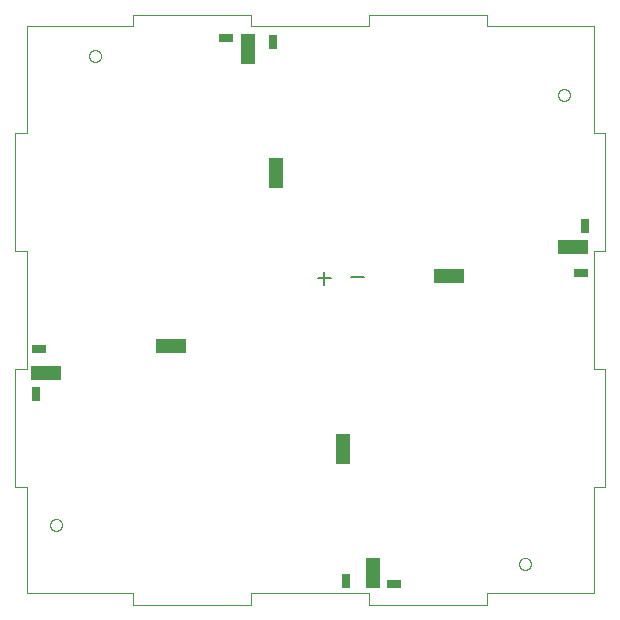
<source format=gtp>
G75*
%MOIN*%
%OFA0B0*%
%FSLAX25Y25*%
%IPPOS*%
%LPD*%
%AMOC8*
5,1,8,0,0,1.08239X$1,22.5*
%
%ADD10C,0.00004*%
%ADD11C,0.00600*%
%ADD12C,0.00000*%
%ADD13R,0.05000X0.02500*%
%ADD14R,0.02500X0.05000*%
%ADD15R,0.10000X0.05000*%
%ADD16R,0.05000X0.10000*%
D10*
X0004939Y0004939D02*
X0040372Y0004939D01*
X0040372Y0001002D01*
X0079742Y0001002D01*
X0079742Y0004939D01*
X0119112Y0004939D01*
X0119112Y0001002D01*
X0158482Y0001002D01*
X0158482Y0004939D01*
X0193915Y0004939D01*
X0193915Y0040372D01*
X0197852Y0040372D01*
X0197852Y0079742D01*
X0193915Y0079742D01*
X0193915Y0119112D01*
X0197852Y0119112D01*
X0197852Y0158482D01*
X0193915Y0158482D01*
X0193915Y0193915D01*
X0158482Y0193915D01*
X0158482Y0197852D01*
X0119112Y0197852D01*
X0119112Y0193915D01*
X0079742Y0193915D01*
X0079742Y0197852D01*
X0040372Y0197852D01*
X0040372Y0193915D01*
X0004939Y0193915D01*
X0004939Y0158482D01*
X0001002Y0158482D01*
X0001002Y0119112D01*
X0004939Y0119112D01*
X0004939Y0079742D01*
X0001002Y0079742D01*
X0001002Y0040372D01*
X0004939Y0040372D01*
X0004939Y0004939D01*
D11*
X0104225Y0107881D02*
X0104225Y0112152D01*
X0106360Y0110017D02*
X0102089Y0110017D01*
X0113113Y0110410D02*
X0117383Y0110410D01*
D12*
X0182104Y0171081D02*
X0182106Y0171169D01*
X0182112Y0171257D01*
X0182122Y0171345D01*
X0182136Y0171433D01*
X0182153Y0171519D01*
X0182175Y0171605D01*
X0182200Y0171689D01*
X0182230Y0171773D01*
X0182262Y0171855D01*
X0182299Y0171935D01*
X0182339Y0172014D01*
X0182383Y0172091D01*
X0182430Y0172166D01*
X0182480Y0172238D01*
X0182534Y0172309D01*
X0182590Y0172376D01*
X0182650Y0172442D01*
X0182712Y0172504D01*
X0182778Y0172564D01*
X0182845Y0172620D01*
X0182916Y0172674D01*
X0182988Y0172724D01*
X0183063Y0172771D01*
X0183140Y0172815D01*
X0183219Y0172855D01*
X0183299Y0172892D01*
X0183381Y0172924D01*
X0183465Y0172954D01*
X0183549Y0172979D01*
X0183635Y0173001D01*
X0183721Y0173018D01*
X0183809Y0173032D01*
X0183897Y0173042D01*
X0183985Y0173048D01*
X0184073Y0173050D01*
X0184161Y0173048D01*
X0184249Y0173042D01*
X0184337Y0173032D01*
X0184425Y0173018D01*
X0184511Y0173001D01*
X0184597Y0172979D01*
X0184681Y0172954D01*
X0184765Y0172924D01*
X0184847Y0172892D01*
X0184927Y0172855D01*
X0185006Y0172815D01*
X0185083Y0172771D01*
X0185158Y0172724D01*
X0185230Y0172674D01*
X0185301Y0172620D01*
X0185368Y0172564D01*
X0185434Y0172504D01*
X0185496Y0172442D01*
X0185556Y0172376D01*
X0185612Y0172309D01*
X0185666Y0172238D01*
X0185716Y0172166D01*
X0185763Y0172091D01*
X0185807Y0172014D01*
X0185847Y0171935D01*
X0185884Y0171855D01*
X0185916Y0171773D01*
X0185946Y0171689D01*
X0185971Y0171605D01*
X0185993Y0171519D01*
X0186010Y0171433D01*
X0186024Y0171345D01*
X0186034Y0171257D01*
X0186040Y0171169D01*
X0186042Y0171081D01*
X0186040Y0170993D01*
X0186034Y0170905D01*
X0186024Y0170817D01*
X0186010Y0170729D01*
X0185993Y0170643D01*
X0185971Y0170557D01*
X0185946Y0170473D01*
X0185916Y0170389D01*
X0185884Y0170307D01*
X0185847Y0170227D01*
X0185807Y0170148D01*
X0185763Y0170071D01*
X0185716Y0169996D01*
X0185666Y0169924D01*
X0185612Y0169853D01*
X0185556Y0169786D01*
X0185496Y0169720D01*
X0185434Y0169658D01*
X0185368Y0169598D01*
X0185301Y0169542D01*
X0185230Y0169488D01*
X0185158Y0169438D01*
X0185083Y0169391D01*
X0185006Y0169347D01*
X0184927Y0169307D01*
X0184847Y0169270D01*
X0184765Y0169238D01*
X0184681Y0169208D01*
X0184597Y0169183D01*
X0184511Y0169161D01*
X0184425Y0169144D01*
X0184337Y0169130D01*
X0184249Y0169120D01*
X0184161Y0169114D01*
X0184073Y0169112D01*
X0183985Y0169114D01*
X0183897Y0169120D01*
X0183809Y0169130D01*
X0183721Y0169144D01*
X0183635Y0169161D01*
X0183549Y0169183D01*
X0183465Y0169208D01*
X0183381Y0169238D01*
X0183299Y0169270D01*
X0183219Y0169307D01*
X0183140Y0169347D01*
X0183063Y0169391D01*
X0182988Y0169438D01*
X0182916Y0169488D01*
X0182845Y0169542D01*
X0182778Y0169598D01*
X0182712Y0169658D01*
X0182650Y0169720D01*
X0182590Y0169786D01*
X0182534Y0169853D01*
X0182480Y0169924D01*
X0182430Y0169996D01*
X0182383Y0170071D01*
X0182339Y0170148D01*
X0182299Y0170227D01*
X0182262Y0170307D01*
X0182230Y0170389D01*
X0182200Y0170473D01*
X0182175Y0170557D01*
X0182153Y0170643D01*
X0182136Y0170729D01*
X0182122Y0170817D01*
X0182112Y0170905D01*
X0182106Y0170993D01*
X0182104Y0171081D01*
X0025805Y0184073D02*
X0025807Y0184161D01*
X0025813Y0184249D01*
X0025823Y0184337D01*
X0025837Y0184425D01*
X0025854Y0184511D01*
X0025876Y0184597D01*
X0025901Y0184681D01*
X0025931Y0184765D01*
X0025963Y0184847D01*
X0026000Y0184927D01*
X0026040Y0185006D01*
X0026084Y0185083D01*
X0026131Y0185158D01*
X0026181Y0185230D01*
X0026235Y0185301D01*
X0026291Y0185368D01*
X0026351Y0185434D01*
X0026413Y0185496D01*
X0026479Y0185556D01*
X0026546Y0185612D01*
X0026617Y0185666D01*
X0026689Y0185716D01*
X0026764Y0185763D01*
X0026841Y0185807D01*
X0026920Y0185847D01*
X0027000Y0185884D01*
X0027082Y0185916D01*
X0027166Y0185946D01*
X0027250Y0185971D01*
X0027336Y0185993D01*
X0027422Y0186010D01*
X0027510Y0186024D01*
X0027598Y0186034D01*
X0027686Y0186040D01*
X0027774Y0186042D01*
X0027862Y0186040D01*
X0027950Y0186034D01*
X0028038Y0186024D01*
X0028126Y0186010D01*
X0028212Y0185993D01*
X0028298Y0185971D01*
X0028382Y0185946D01*
X0028466Y0185916D01*
X0028548Y0185884D01*
X0028628Y0185847D01*
X0028707Y0185807D01*
X0028784Y0185763D01*
X0028859Y0185716D01*
X0028931Y0185666D01*
X0029002Y0185612D01*
X0029069Y0185556D01*
X0029135Y0185496D01*
X0029197Y0185434D01*
X0029257Y0185368D01*
X0029313Y0185301D01*
X0029367Y0185230D01*
X0029417Y0185158D01*
X0029464Y0185083D01*
X0029508Y0185006D01*
X0029548Y0184927D01*
X0029585Y0184847D01*
X0029617Y0184765D01*
X0029647Y0184681D01*
X0029672Y0184597D01*
X0029694Y0184511D01*
X0029711Y0184425D01*
X0029725Y0184337D01*
X0029735Y0184249D01*
X0029741Y0184161D01*
X0029743Y0184073D01*
X0029741Y0183985D01*
X0029735Y0183897D01*
X0029725Y0183809D01*
X0029711Y0183721D01*
X0029694Y0183635D01*
X0029672Y0183549D01*
X0029647Y0183465D01*
X0029617Y0183381D01*
X0029585Y0183299D01*
X0029548Y0183219D01*
X0029508Y0183140D01*
X0029464Y0183063D01*
X0029417Y0182988D01*
X0029367Y0182916D01*
X0029313Y0182845D01*
X0029257Y0182778D01*
X0029197Y0182712D01*
X0029135Y0182650D01*
X0029069Y0182590D01*
X0029002Y0182534D01*
X0028931Y0182480D01*
X0028859Y0182430D01*
X0028784Y0182383D01*
X0028707Y0182339D01*
X0028628Y0182299D01*
X0028548Y0182262D01*
X0028466Y0182230D01*
X0028382Y0182200D01*
X0028298Y0182175D01*
X0028212Y0182153D01*
X0028126Y0182136D01*
X0028038Y0182122D01*
X0027950Y0182112D01*
X0027862Y0182106D01*
X0027774Y0182104D01*
X0027686Y0182106D01*
X0027598Y0182112D01*
X0027510Y0182122D01*
X0027422Y0182136D01*
X0027336Y0182153D01*
X0027250Y0182175D01*
X0027166Y0182200D01*
X0027082Y0182230D01*
X0027000Y0182262D01*
X0026920Y0182299D01*
X0026841Y0182339D01*
X0026764Y0182383D01*
X0026689Y0182430D01*
X0026617Y0182480D01*
X0026546Y0182534D01*
X0026479Y0182590D01*
X0026413Y0182650D01*
X0026351Y0182712D01*
X0026291Y0182778D01*
X0026235Y0182845D01*
X0026181Y0182916D01*
X0026131Y0182988D01*
X0026084Y0183063D01*
X0026040Y0183140D01*
X0026000Y0183219D01*
X0025963Y0183299D01*
X0025931Y0183381D01*
X0025901Y0183465D01*
X0025876Y0183549D01*
X0025854Y0183635D01*
X0025837Y0183721D01*
X0025823Y0183809D01*
X0025813Y0183897D01*
X0025807Y0183985D01*
X0025805Y0184073D01*
X0012812Y0027774D02*
X0012814Y0027862D01*
X0012820Y0027950D01*
X0012830Y0028038D01*
X0012844Y0028126D01*
X0012861Y0028212D01*
X0012883Y0028298D01*
X0012908Y0028382D01*
X0012938Y0028466D01*
X0012970Y0028548D01*
X0013007Y0028628D01*
X0013047Y0028707D01*
X0013091Y0028784D01*
X0013138Y0028859D01*
X0013188Y0028931D01*
X0013242Y0029002D01*
X0013298Y0029069D01*
X0013358Y0029135D01*
X0013420Y0029197D01*
X0013486Y0029257D01*
X0013553Y0029313D01*
X0013624Y0029367D01*
X0013696Y0029417D01*
X0013771Y0029464D01*
X0013848Y0029508D01*
X0013927Y0029548D01*
X0014007Y0029585D01*
X0014089Y0029617D01*
X0014173Y0029647D01*
X0014257Y0029672D01*
X0014343Y0029694D01*
X0014429Y0029711D01*
X0014517Y0029725D01*
X0014605Y0029735D01*
X0014693Y0029741D01*
X0014781Y0029743D01*
X0014869Y0029741D01*
X0014957Y0029735D01*
X0015045Y0029725D01*
X0015133Y0029711D01*
X0015219Y0029694D01*
X0015305Y0029672D01*
X0015389Y0029647D01*
X0015473Y0029617D01*
X0015555Y0029585D01*
X0015635Y0029548D01*
X0015714Y0029508D01*
X0015791Y0029464D01*
X0015866Y0029417D01*
X0015938Y0029367D01*
X0016009Y0029313D01*
X0016076Y0029257D01*
X0016142Y0029197D01*
X0016204Y0029135D01*
X0016264Y0029069D01*
X0016320Y0029002D01*
X0016374Y0028931D01*
X0016424Y0028859D01*
X0016471Y0028784D01*
X0016515Y0028707D01*
X0016555Y0028628D01*
X0016592Y0028548D01*
X0016624Y0028466D01*
X0016654Y0028382D01*
X0016679Y0028298D01*
X0016701Y0028212D01*
X0016718Y0028126D01*
X0016732Y0028038D01*
X0016742Y0027950D01*
X0016748Y0027862D01*
X0016750Y0027774D01*
X0016748Y0027686D01*
X0016742Y0027598D01*
X0016732Y0027510D01*
X0016718Y0027422D01*
X0016701Y0027336D01*
X0016679Y0027250D01*
X0016654Y0027166D01*
X0016624Y0027082D01*
X0016592Y0027000D01*
X0016555Y0026920D01*
X0016515Y0026841D01*
X0016471Y0026764D01*
X0016424Y0026689D01*
X0016374Y0026617D01*
X0016320Y0026546D01*
X0016264Y0026479D01*
X0016204Y0026413D01*
X0016142Y0026351D01*
X0016076Y0026291D01*
X0016009Y0026235D01*
X0015938Y0026181D01*
X0015866Y0026131D01*
X0015791Y0026084D01*
X0015714Y0026040D01*
X0015635Y0026000D01*
X0015555Y0025963D01*
X0015473Y0025931D01*
X0015389Y0025901D01*
X0015305Y0025876D01*
X0015219Y0025854D01*
X0015133Y0025837D01*
X0015045Y0025823D01*
X0014957Y0025813D01*
X0014869Y0025807D01*
X0014781Y0025805D01*
X0014693Y0025807D01*
X0014605Y0025813D01*
X0014517Y0025823D01*
X0014429Y0025837D01*
X0014343Y0025854D01*
X0014257Y0025876D01*
X0014173Y0025901D01*
X0014089Y0025931D01*
X0014007Y0025963D01*
X0013927Y0026000D01*
X0013848Y0026040D01*
X0013771Y0026084D01*
X0013696Y0026131D01*
X0013624Y0026181D01*
X0013553Y0026235D01*
X0013486Y0026291D01*
X0013420Y0026351D01*
X0013358Y0026413D01*
X0013298Y0026479D01*
X0013242Y0026546D01*
X0013188Y0026617D01*
X0013138Y0026689D01*
X0013091Y0026764D01*
X0013047Y0026841D01*
X0013007Y0026920D01*
X0012970Y0027000D01*
X0012938Y0027082D01*
X0012908Y0027166D01*
X0012883Y0027250D01*
X0012861Y0027336D01*
X0012844Y0027422D01*
X0012830Y0027510D01*
X0012820Y0027598D01*
X0012814Y0027686D01*
X0012812Y0027774D01*
X0169112Y0014781D02*
X0169114Y0014869D01*
X0169120Y0014957D01*
X0169130Y0015045D01*
X0169144Y0015133D01*
X0169161Y0015219D01*
X0169183Y0015305D01*
X0169208Y0015389D01*
X0169238Y0015473D01*
X0169270Y0015555D01*
X0169307Y0015635D01*
X0169347Y0015714D01*
X0169391Y0015791D01*
X0169438Y0015866D01*
X0169488Y0015938D01*
X0169542Y0016009D01*
X0169598Y0016076D01*
X0169658Y0016142D01*
X0169720Y0016204D01*
X0169786Y0016264D01*
X0169853Y0016320D01*
X0169924Y0016374D01*
X0169996Y0016424D01*
X0170071Y0016471D01*
X0170148Y0016515D01*
X0170227Y0016555D01*
X0170307Y0016592D01*
X0170389Y0016624D01*
X0170473Y0016654D01*
X0170557Y0016679D01*
X0170643Y0016701D01*
X0170729Y0016718D01*
X0170817Y0016732D01*
X0170905Y0016742D01*
X0170993Y0016748D01*
X0171081Y0016750D01*
X0171169Y0016748D01*
X0171257Y0016742D01*
X0171345Y0016732D01*
X0171433Y0016718D01*
X0171519Y0016701D01*
X0171605Y0016679D01*
X0171689Y0016654D01*
X0171773Y0016624D01*
X0171855Y0016592D01*
X0171935Y0016555D01*
X0172014Y0016515D01*
X0172091Y0016471D01*
X0172166Y0016424D01*
X0172238Y0016374D01*
X0172309Y0016320D01*
X0172376Y0016264D01*
X0172442Y0016204D01*
X0172504Y0016142D01*
X0172564Y0016076D01*
X0172620Y0016009D01*
X0172674Y0015938D01*
X0172724Y0015866D01*
X0172771Y0015791D01*
X0172815Y0015714D01*
X0172855Y0015635D01*
X0172892Y0015555D01*
X0172924Y0015473D01*
X0172954Y0015389D01*
X0172979Y0015305D01*
X0173001Y0015219D01*
X0173018Y0015133D01*
X0173032Y0015045D01*
X0173042Y0014957D01*
X0173048Y0014869D01*
X0173050Y0014781D01*
X0173048Y0014693D01*
X0173042Y0014605D01*
X0173032Y0014517D01*
X0173018Y0014429D01*
X0173001Y0014343D01*
X0172979Y0014257D01*
X0172954Y0014173D01*
X0172924Y0014089D01*
X0172892Y0014007D01*
X0172855Y0013927D01*
X0172815Y0013848D01*
X0172771Y0013771D01*
X0172724Y0013696D01*
X0172674Y0013624D01*
X0172620Y0013553D01*
X0172564Y0013486D01*
X0172504Y0013420D01*
X0172442Y0013358D01*
X0172376Y0013298D01*
X0172309Y0013242D01*
X0172238Y0013188D01*
X0172166Y0013138D01*
X0172091Y0013091D01*
X0172014Y0013047D01*
X0171935Y0013007D01*
X0171855Y0012970D01*
X0171773Y0012938D01*
X0171689Y0012908D01*
X0171605Y0012883D01*
X0171519Y0012861D01*
X0171433Y0012844D01*
X0171345Y0012830D01*
X0171257Y0012820D01*
X0171169Y0012814D01*
X0171081Y0012812D01*
X0170993Y0012814D01*
X0170905Y0012820D01*
X0170817Y0012830D01*
X0170729Y0012844D01*
X0170643Y0012861D01*
X0170557Y0012883D01*
X0170473Y0012908D01*
X0170389Y0012938D01*
X0170307Y0012970D01*
X0170227Y0013007D01*
X0170148Y0013047D01*
X0170071Y0013091D01*
X0169996Y0013138D01*
X0169924Y0013188D01*
X0169853Y0013242D01*
X0169786Y0013298D01*
X0169720Y0013358D01*
X0169658Y0013420D01*
X0169598Y0013486D01*
X0169542Y0013553D01*
X0169488Y0013624D01*
X0169438Y0013696D01*
X0169391Y0013771D01*
X0169347Y0013848D01*
X0169307Y0013927D01*
X0169270Y0014007D01*
X0169238Y0014089D01*
X0169208Y0014173D01*
X0169183Y0014257D01*
X0169161Y0014343D01*
X0169144Y0014429D01*
X0169130Y0014517D01*
X0169120Y0014605D01*
X0169114Y0014693D01*
X0169112Y0014781D01*
D13*
X0127319Y0007930D03*
X0189646Y0111790D03*
X0071536Y0190137D03*
X0009208Y0086277D03*
D14*
X0007930Y0071536D03*
X0111397Y0009208D03*
X0190924Y0127319D03*
X0087064Y0188859D03*
D15*
X0145687Y0110648D03*
X0187222Y0120293D03*
X0053167Y0087419D03*
X0011435Y0078561D03*
D16*
X0088207Y0145096D03*
X0078758Y0186435D03*
X0110254Y0052970D03*
X0120490Y0011632D03*
M02*

</source>
